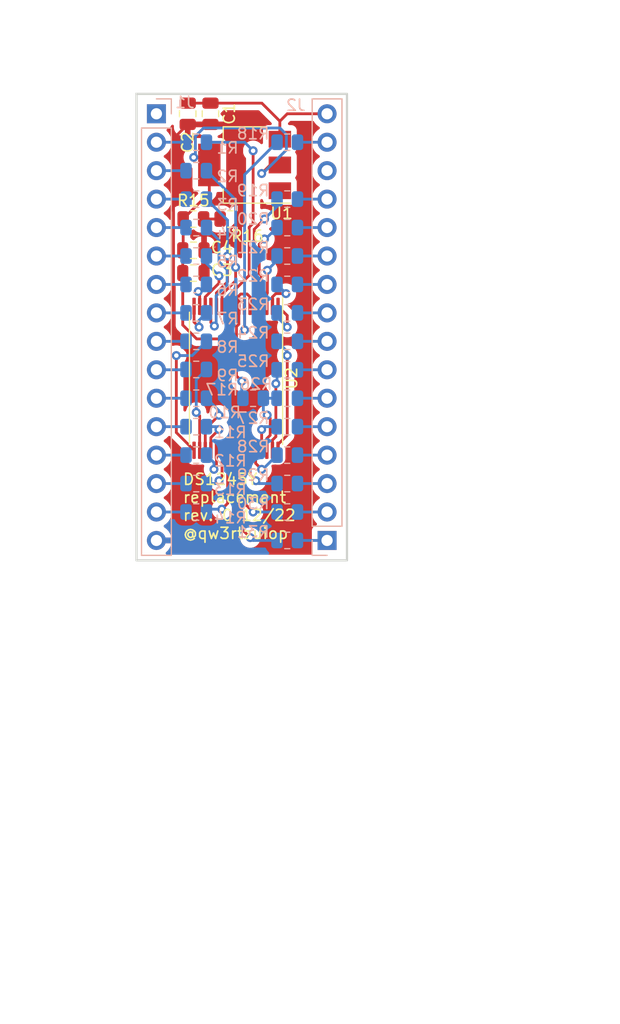
<source format=kicad_pcb>
(kicad_pcb (version 20211014) (generator pcbnew)
  (title_block (comment 4 "AISLER Project ID: VIGSSEOR"))
  (layers (0 "F.Cu" signal) (31 "B.Cu" signal) (34 "B.Paste" user) (35 "F.Paste" user) (36 "B.SilkS" user "B.Silkscreen") (37 "F.SilkS" user "F.Silkscreen") (38 "B.Mask" user) (39 "F.Mask" user) (44 "Edge.Cuts" user))
  (net 0 "")
  (net 1 "+5V")
  (net 2 "GND")
  (net 3 "VDD")
  (net 5 "Net-(J1-Pad2)")
  (net 6 "Net-(J1-Pad3)")
  (net 7 "Net-(J1-Pad4)")
  (net 8 "Net-(J1-Pad5)")
  (net 9 "Net-(J1-Pad6)")
  (net 10 "Net-(J1-Pad7)")
  (net 11 "Net-(J1-Pad8)")
  (net 12 "Net-(J1-Pad9)")
  (net 13 "Net-(J1-Pad10)")
  (net 14 "Net-(J1-Pad11)")
  (net 15 "Net-(J1-Pad12)")
  (net 16 "Net-(J1-Pad13)")
  (net 17 "Net-(J1-Pad14)")
  (net 18 "Net-(J1-Pad15)")
  (net 19 "Net-(J2-Pad1)")
  (net 20 "Net-(J2-Pad2)")
  (net 21 "Net-(J2-Pad3)")
  (net 22 "Net-(J2-Pad4)")
  (net 23 "Net-(J2-Pad5)")
  (net 24 "Net-(J2-Pad6)")
  (net 25 "Net-(J2-Pad7)")
  (net 26 "Net-(J2-Pad8)")
  (net 27 "Net-(J2-Pad9)")
  (net 28 "Net-(J2-Pad10)")
  (net 29 "Net-(J2-Pad11)")
  (net 30 "Net-(J2-Pad12)")
  (net 31 "Net-(J2-Pad13)")
  (net 33 "Net-(J2-Pad15)")
  (net 34 "A16")
  (net 35 "A14")
  (net 36 "A12")
  (net 37 "A7")
  (net 38 "A6")
  (net 39 "A5")
  (net 40 "A4")
  (net 41 "A3")
  (net 42 "A2")
  (net 43 "A1")
  (net 44 "A0")
  (net 45 "DQ0")
  (net 46 "DQ1")
  (net 47 "DQ2")
  (net 48 "Net-(R15-Pad2)")
  (net 49 "~CE")
  (net 50 "A15")
  (net 51 "~WE")
  (net 52 "A13")
  (net 53 "A8")
  (net 54 "A9")
  (net 55 "A11")
  (net 56 "~OE")
  (net 57 "A10")
  (net 58 "DQ7")
  (net 59 "DQ6")
  (net 60 "DQ5")
  (net 61 "DQ4")
  (net 62 "DQ3")
  (footprint "Capacitor_SMD:C_0805_2012Metric" (layer "F.Cu") (at 54.102 51.308 -90)
    (fp_text reference "C2" (at 2.54 0 90) (layer "F.SilkS"))
    (fp_text value "100n")
    (pad "1" smd roundrect (at -0.95 0 270) (size 1 1.45) (layers "F.Cu" "F.Paste" "F.Mask") (net 1 "+5V"))
    (pad "2" smd roundrect (at 0.95 0 270) (size 1 1.45) (layers "F.Cu" "F.Paste" "F.Mask") (net 2 "GND"))
  )
  (footprint "Resistor_SMD:R_0805_2012Metric" (layer "F.Cu") (at 57.912 60.706)
    (fp_text reference "R16" (at 1.524 1.524) (layer "F.SilkS"))
    (fp_text value "470")
    (pad "1" smd roundrect (at -0.9125 0) (size 1.025 1.4) (layers "F.Cu" "F.Paste" "F.Mask") (roundrect_rratio 0.243902439) (net 48 "Net-(R15-Pad2)"))
    (pad "2" smd roundrect (at 0.9125 0) (size 1.025 1.4) (layers "F.Cu" "F.Paste" "F.Mask") (roundrect_rratio 0.243902439) (net 2 "GND"))
  )
  (footprint "Capacitor_SMD:C_0805_2012Metric" (layer "F.Cu") (at 54.61 63.5)
    (fp_text reference "C4" (at 2.54 -0.254) (layer "F.SilkS"))
    (fp_text value "100n")
    (pad "1" smd roundrect (at -0.95 0) (size 1 1.45) (layers "F.Cu" "F.Paste" "F.Mask") (net 3 "VDD"))
    (pad "2" smd roundrect (at 0.95 0) (size 1 1.45) (layers "F.Cu" "F.Paste" "F.Mask") (net 2 "GND"))
  )
  (footprint "Package_SO:TSOP-I-32_11.8x8mm_P0.5mm" (layer "F.Cu") (at 58.42 74.93 -90)
    (fp_text reference "U2" (at 0 -4.95 90) (layer "F.SilkS"))
    (fp_text value "FM28V100")
    (pad "1" smd roundrect (at -6.425 -3.75 270) (size 1.55 0.3) (layers "F.Cu" "F.Paste" "F.Mask") (net 55 "A11"))
    (pad "2" smd roundrect (at -6.425 -3.25 270) (size 1.55 0.3) (layers "F.Cu" "F.Paste" "F.Mask") (net 54 "A9"))
    (pad "3" smd roundrect (at -6.425 -2.75 270) (size 1.55 0.3) (layers "F.Cu" "F.Paste" "F.Mask") (net 53 "A8"))
    (pad "4" smd roundrect (at -6.425 -2.25 270) (size 1.55 0.3) (layers "F.Cu" "F.Paste" "F.Mask") (net 52 "A13"))
    (pad "5" smd roundrect (at -6.425 -1.75 270) (size 1.55 0.3) (layers "F.Cu" "F.Paste" "F.Mask") (net 51 "~WE"))
    (pad "6" smd roundrect (at -6.425 -1.25 270) (size 1.55 0.3) (layers "F.Cu" "F.Paste" "F.Mask") (net 3 "VDD"))
    (pad "7" smd roundrect (at -6.425 -0.75 270) (size 1.55 0.3) (layers "F.Cu" "F.Paste" "F.Mask") (net 50 "A15"))
    (pad "8" smd roundrect (at -6.425 -0.25 270) (size 1.55 0.3) (layers "F.Cu" "F.Paste" "F.Mask") (net 3 "VDD"))
    (pad "9" smd roundrect (at -6.425 0.25 270) (size 1.55 0.3) (layers "F.Cu" "F.Paste" "F.Mask"))
    (pad "10" smd roundrect (at -6.425 0.75 270) (size 1.55 0.3) (layers "F.Cu" "F.Paste" "F.Mask") (net 34 "A16"))
    (pad "11" smd roundrect (at -6.425 1.25 270) (size 1.55 0.3) (layers "F.Cu" "F.Paste" "F.Mask") (net 35 "A14"))
    (pad "12" smd roundrect (at -6.425 1.75 270) (size 1.55 0.3) (layers "F.Cu" "F.Paste" "F.Mask") (net 36 "A12"))
    (pad "13" smd roundrect (at -6.425 2.25 270) (size 1.55 0.3) (layers "F.Cu" "F.Paste" "F.Mask") (net 37 "A7"))
    (pad "14" smd roundrect (at -6.425 2.75 270) (size 1.55 0.3) (layers "F.Cu" "F.Paste" "F.Mask") (net 38 "A6"))
    (pad "15" smd roundrect (at -6.425 3.25 270) (size 1.55 0.3) (layers "F.Cu" "F.Paste" "F.Mask") (net 39 "A5"))
    (pad "16" smd roundrect (at -6.425 3.75 270) (size 1.55 0.3) (layers "F.Cu" "F.Paste" "F.Mask") (net 40 "A4"))
    (pad "17" smd roundrect (at 6.425 3.75 270) (size 1.55 0.3) (layers "F.Cu" "F.Paste" "F.Mask") (net 41 "A3"))
    (pad "18" smd roundrect (at 6.425 3.25 270) (size 1.55 0.3) (layers "F.Cu" "F.Paste" "F.Mask") (net 42 "A2"))
    (pad "19" smd roundrect (at 6.425 2.75 270) (size 1.55 0.3) (layers "F.Cu" "F.Paste" "F.Mask") (net 43 "A1"))
    (pad "20" smd roundrect (at 6.425 2.25 270) (size 1.55 0.3) (layers "F.Cu" "F.Paste" "F.Mask") (net 44 "A0"))
    (pad "21" smd roundrect (at 6.425 1.75 270) (size 1.55 0.3) (layers "F.Cu" "F.Paste" "F.Mask") (net 45 "DQ0"))
    (pad "22" smd roundrect (at 6.425 1.25 270) (size 1.55 0.3) (layers "F.Cu" "F.Paste" "F.Mask") (net 46 "DQ1"))
    (pad "23" smd roundrect (at 6.425 0.75 270) (size 1.55 0.3) (layers "F.Cu" "F.Paste" "F.Mask") (net 47 "DQ2"))
    (pad "24" smd roundrect (at 6.425 0.25 270) (size 1.55 0.3) (layers "F.Cu" "F.Paste" "F.Mask") (net 2 "GND"))
    (pad "25" smd roundrect (at 6.425 -0.25 270) (size 1.55 0.3) (layers "F.Cu" "F.Paste" "F.Mask") (net 62 "DQ3"))
    (pad "26" smd roundrect (at 6.425 -0.75 270) (size 1.55 0.3) (layers "F.Cu" "F.Paste" "F.Mask") (net 61 "DQ4"))
    (pad "27" smd roundrect (at 6.425 -1.25 270) (size 1.55 0.3) (layers "F.Cu" "F.Paste" "F.Mask") (net 60 "DQ5"))
    (pad "28" smd roundrect (at 6.425 -1.75 270) (size 1.55 0.3) (layers "F.Cu" "F.Paste" "F.Mask") (net 59 "DQ6"))
    (pad "29" smd roundrect (at 6.425 -2.25 270) (size 1.55 0.3) (layers "F.Cu" "F.Paste" "F.Mask") (net 58 "DQ7"))
    (pad "30" smd roundrect (at 6.425 -2.75 270) (size 1.55 0.3) (layers "F.Cu" "F.Paste" "F.Mask") (net 49 "~CE"))
    (pad "31" smd roundrect (at 6.425 -3.25 270) (size 1.55 0.3) (layers "F.Cu" "F.Paste" "F.Mask") (net 57 "A10"))
    (pad "32" smd roundrect (at 6.425 -3.75 270) (size 1.55 0.3) (layers "F.Cu" "F.Paste" "F.Mask") (net 56 "~OE"))
  )
  (footprint "Capacitor_SMD:C_0805_2012Metric" (layer "F.Cu") (at 56.134 51.308 -90)
    (fp_text reference "C1" (at 0 -1.68 90) (layer "F.SilkS"))
    (fp_text value "10u")
    (pad "1" smd roundrect (at -0.95 0 270) (size 1 1.45) (layers "F.Cu" "F.Paste" "F.Mask") (net 1 "+5V"))
    (pad "2" smd roundrect (at 0.95 0 270) (size 1 1.45) (layers "F.Cu" "F.Paste" "F.Mask") (net 2 "GND"))
  )
  (footprint "Capacitor_SMD:C_0805_2012Metric" (layer "F.Cu") (at 54.61 65.532)
    (fp_text reference "C3" (at 2.54 -0.254) (layer "F.SilkS"))
    (fp_text value "22u")
    (pad "1" smd roundrect (at -0.95 0) (size 1 1.45) (layers "F.Cu" "F.Paste" "F.Mask") (net 3 "VDD"))
    (pad "2" smd roundrect (at 0.95 0) (size 1 1.45) (layers "F.Cu" "F.Paste" "F.Mask") (net 2 "GND"))
  )
  (footprint "Package_TO_SOT_SMD:SOT-223-3_TabPin2" (layer "F.Cu") (at 59.182 55.88 180)
    (fp_text reference "U1" (at -3.302 -4.318) (layer "F.SilkS"))
    (fp_text value "AMS1117")
    (pad "1" smd rect (at -3.15 -2.3 180) (size 2 1.5) (layers "F.Cu" "F.Paste" "F.Mask"))
    (pad "2" smd rect (at 3.15 0 180) (size 2 3.8) (layers "F.Cu" "F.Paste" "F.Mask") (net 3 "VDD"))
    (pad "2" smd rect (at -3.15 0 180) (size 2 1.5) (layers "F.Cu" "F.Paste" "F.Mask") (net 3 "VDD"))
    (pad "3" smd rect (at -3.15 2.3 180) (size 2 1.5) (layers "F.Cu" "F.Paste" "F.Mask") (net 1 "+5V"))
  )
  (footprint "Resistor_SMD:R_0805_2012Metric" (layer "F.Cu") (at 54.61 60.706)
    (fp_text reference "R15" (at 0 -1.65) (layer "F.SilkS"))
    (fp_text value "220")
    (pad "1" smd roundrect (at -0.9125 0) (size 1.025 1.4) (layers "F.Cu" "F.Paste" "F.Mask") (roundrect_rratio 0.243902439) (net 3 "VDD"))
    (pad "2" smd roundrect (at 0.9125 0) (size 1.025 1.4) (layers "F.Cu" "F.Paste" "F.Mask") (roundrect_rratio 0.243902439) (net 48 "Net-(R15-Pad2)"))
  )
  (footprint "Resistor_SMD:R_0805_2012Metric" (layer "B.Cu") (at 54.864 81.788)
    (fp_text reference "R12" (at 3.048 0.508) (layer "B.SilkS") (effects (justify mirror)))
    (fp_text value "100")
    (pad "1" smd roundrect (at -0.9125 0) (size 1.025 1.4) (layers "B.Cu" "B.Paste" "B.Mask") (roundrect_rratio 0.243902439) (net 16 "Net-(J1-Pad13)"))
    (pad "2" smd roundrect (at 0.9125 0) (size 1.025 1.4) (layers "B.Cu" "B.Paste" "B.Mask") (roundrect_rratio 0.243902439) (net 45 "DQ0"))
  )
  (footprint "Connector_PinHeader_2.54mm:PinHeader_1x16_P2.54mm_Vertical" (layer "B.Cu") (at 51.308 51.308 180)
    (fp_text reference "J1" (at -2.54 1.016) (layer "B.SilkS") (effects (justify mirror)))
    (fp_text value "Conn_01x16")
    (pad "1" thru_hole rect (at 0 0 180) (size 1.7 1.7) (drill 1) (layers *.Cu *.Mask))
    (pad "2" thru_hole oval (at 0 -2.54 180) (size 1.7 1.7) (drill 1) (layers *.Cu *.Mask) (net 5 "Net-(J1-Pad2)"))
    (pad "3" thru_hole oval (at 0 -5.08 180) (size 1.7 1.7) (drill 1) (layers *.Cu *.Mask) (net 6 "Net-(J1-Pad3)"))
    (pad "4" thru_hole oval (at 0 -7.62 180) (size 1.7 1.7) (drill 1) (layers *.Cu *.Mask) (net 7 "Net-(J1-Pad4)"))
    (pad "5" thru_hole oval (at 0 -10.16 180) (size 1.7 1.7) (drill 1) (layers *.Cu *.Mask) (net 8 "Net-(J1-Pad5)"))
    (pad "6" thru_hole oval (at 0 -12.7 180) (size 1.7 1.7) (drill 1) (layers *.Cu *.Mask) (net 9 "Net-(J1-Pad6)"))
    (pad "7" thru_hole oval (at 0 -15.24 180) (size 1.7 1.7) (drill 1) (layers *.Cu *.Mask) (net 10 "Net-(J1-Pad7)"))
    (pad "8" thru_hole oval (at 0 -17.78 180) (size 1.7 1.7) (drill 1) (layers *.Cu *.Mask) (net 11 "Net-(J1-Pad8)"))
    (pad "9" thru_hole oval (at 0 -20.32 180) (size 1.7 1.7) (drill 1) (layers *.Cu *.Mask) (net 12 "Net-(J1-Pad9)"))
    (pad "10" thru_hole oval (at 0 -22.86 180) (size 1.7 1.7) (drill 1) (layers *.Cu *.Mask) (net 13 "Net-(J1-Pad10)"))
    (pad "11" thru_hole oval (at 0 -25.4 180) (size 1.7 1.7) (drill 1) (layers *.Cu *.Mask) (net 14 "Net-(J1-Pad11)"))
    (pad "12" thru_hole oval (at 0 -27.94 180) (size 1.7 1.7) (drill 1) (layers *.Cu *.Mask) (net 15 "Net-(J1-Pad12)"))
    (pad "13" thru_hole oval (at 0 -30.48 180) (size 1.7 1.7) (drill 1) (layers *.Cu *.Mask) (net 16 "Net-(J1-Pad13)"))
    (pad "14" thru_hole oval (at 0 -33.02 180) (size 1.7 1.7) (drill 1) (layers *.Cu *.Mask) (net 17 "Net-(J1-Pad14)"))
    (pad "15" thru_hole oval (at 0 -35.56 180) (size 1.7 1.7) (drill 1) (layers *.Cu *.Mask) (net 18 "Net-(J1-Pad15)"))
    (pad "16" thru_hole oval (at 0 -38.1 180) (size 1.7 1.7) (drill 1) (layers *.Cu *.Mask) (net 2 "GND"))
  )
  (footprint "Resistor_SMD:R_0805_2012Metric" (layer "B.Cu") (at 54.864 86.868)
    (fp_text reference "R14" (at 3.048 0.508) (layer "B.SilkS") (effects (justify mirror)))
    (fp_text value "100")
    (pad "1" smd roundrect (at -0.9125 0) (size 1.025 1.4) (layers "B.Cu" "B.Paste" "B.Mask") (roundrect_rratio 0.243902439) (net 18 "Net-(J1-Pad15)"))
    (pad "2" smd roundrect (at 0.9125 0) (size 1.025 1.4) (layers "B.Cu" "B.Paste" "B.Mask") (roundrect_rratio 0.243902439) (net 47 "DQ2"))
  )
  (footprint "Resistor_SMD:R_0805_2012Metric" (layer "B.Cu") (at 54.864 61.468)
    (fp_text reference "R4" (at 2.794 0.508) (layer "B.SilkS") (effects (justify mirror)))
    (fp_text value "100")
    (pad "1" smd roundrect (at -0.9125 0) (size 1.025 1.4) (layers "B.Cu" "B.Paste" "B.Mask") (roundrect_rratio 0.243902439) (net 8 "Net-(J1-Pad5)"))
    (pad "2" smd roundrect (at 0.9125 0) (size 1.025 1.4) (layers "B.Cu" "B.Paste" "B.Mask") (roundrect_rratio 0.243902439) (net 37 "A7"))
  )
  (footprint "Resistor_SMD:R_0805_2012Metric" (layer "B.Cu") (at 54.864 79.248)
    (fp_text reference "R11" (at 3.048 0.508) (layer "B.SilkS") (effects (justify mirror)))
    (fp_text value "100")
    (pad "1" smd roundrect (at -0.9125 0) (size 1.025 1.4) (layers "B.Cu" "B.Paste" "B.Mask") (roundrect_rratio 0.243902439) (net 15 "Net-(J1-Pad12)"))
    (pad "2" smd roundrect (at 0.9125 0) (size 1.025 1.4) (layers "B.Cu" "B.Paste" "B.Mask") (roundrect_rratio 0.243902439) (net 44 "A0"))
  )
  (footprint "Resistor_SMD:R_0805_2012Metric" (layer "B.Cu") (at 62.992 53.848)
    (fp_text reference "R18" (at -3.048 -0.762) (layer "B.SilkS") (effects (justify mirror)))
    (fp_text value "100")
    (pad "1" smd roundrect (at -0.9125 0) (size 1.025 1.4) (layers "B.Cu" "B.Paste" "B.Mask") (roundrect_rratio 0.243902439) (net 50 "A15"))
    (pad "2" smd roundrect (at 0.9125 0) (size 1.025 1.4) (layers "B.Cu" "B.Paste" "B.Mask") (roundrect_rratio 0.243902439) (net 33 "Net-(J2-Pad15)"))
  )
  (footprint "Resistor_SMD:R_0805_2012Metric" (layer "B.Cu") (at 62.992 89.408)
    (fp_text reference "R31" (at -3.048 -0.762) (layer "B.SilkS") (effects (justify mirror)))
    (fp_text value "100")
    (pad "1" smd roundrect (at -0.9125 0) (size 1.025 1.4) (layers "B.Cu" "B.Paste" "B.Mask") (roundrect_rratio 0.243902439) (net 62 "DQ3"))
    (pad "2" smd roundrect (at 0.9125 0) (size 1.025 1.4) (layers "B.Cu" "B.Paste" "B.Mask") (roundrect_rratio 0.243902439) (net 19 "Net-(J2-Pad1)"))
  )
  (footprint "Resistor_SMD:R_0805_2012Metric" (layer "B.Cu") (at 62.992 81.788)
    (fp_text reference "R28" (at -3.048 -0.762) (layer "B.SilkS") (effects (justify mirror)))
    (fp_text value "100")
    (pad "1" smd roundrect (at -0.9125 0) (size 1.025 1.4) (layers "B.Cu" "B.Paste" "B.Mask") (roundrect_rratio 0.243902439) (net 59 "DQ6"))
    (pad "2" smd roundrect (at 0.9125 0) (size 1.025 1.4) (layers "B.Cu" "B.Paste" "B.Mask") (roundrect_rratio 0.243902439) (net 22 "Net-(J2-Pad4)"))
  )
  (footprint "Resistor_SMD:R_0805_2012Metric" (layer "B.Cu") (at 62.992 64.008)
    (fp_text reference "R21" (at -3.048 -0.762) (layer "B.SilkS") (effects (justify mirror)))
    (fp_text value "100")
    (pad "1" smd roundrect (at -0.9125 0) (size 1.025 1.4) (layers "B.Cu" "B.Paste" "B.Mask") (roundrect_rratio 0.243902439) (net 53 "A8"))
    (pad "2" smd roundrect (at 0.9125 0) (size 1.025 1.4) (layers "B.Cu" "B.Paste" "B.Mask") (roundrect_rratio 0.243902439) (net 29 "Net-(J2-Pad11)"))
  )
  (footprint "Resistor_SMD:R_0805_2012Metric" (layer "B.Cu") (at 62.992 79.248)
    (fp_text reference "R27" (at -3.048 -0.762) (layer "B.SilkS") (effects (justify mirror)))
    (fp_text value "100")
    (pad "1" smd roundrect (at -0.9125 0) (size 1.025 1.4) (layers "B.Cu" "B.Paste" "B.Mask") (roundrect_rratio 0.243902439) (net 58 "DQ7"))
    (pad "2" smd roundrect (at 0.9125 0) (size 1.025 1.4) (layers "B.Cu" "B.Paste" "B.Mask") (roundrect_rratio 0.243902439) (net 23 "Net-(J2-Pad5)"))
  )
  (footprint "Resistor_SMD:R_0805_2012Metric" (layer "B.Cu") (at 62.992 69.088)
    (fp_text reference "R23" (at -3.048 -0.762) (layer "B.SilkS") (effects (justify mirror)))
    (fp_text value "100")
    (pad "1" smd roundrect (at -0.9125 0) (size 1.025 1.4) (layers "B.Cu" "B.Paste" "B.Mask") (roundrect_rratio 0.243902439) (net 55 "A11"))
    (pad "2" smd roundrect (at 0.9125 0) (size 1.025 1.4) (layers "B.Cu" "B.Paste" "B.Mask") (roundrect_rratio 0.243902439) (net 27 "Net-(J2-Pad9)"))
  )
  (footprint "Resistor_SMD:R_0805_2012Metric" (layer "B.Cu") (at 59.944 76.708)
    (fp_text reference "R17" (at -2.794 -0.762) (layer "B.SilkS") (effects (justify mirror)))
    (fp_text value "10k")
    (pad "1" smd roundrect (at -0.9125 0) (size 1.025 1.4) (layers "B.Cu" "B.Paste" "B.Mask") (roundrect_rratio 0.243902439) (net 3 "VDD"))
    (pad "2" smd roundrect (at 0.9125 0) (size 1.025 1.4) (layers "B.Cu" "B.Paste" "B.Mask") (roundrect_rratio 0.243902439) (net 49 "~CE"))
  )
  (footprint "Resistor_SMD:R_0805_2012Metric" (layer "B.Cu") (at 62.992 58.928)
    (fp_text reference "R19" (at -3.048 -0.762) (layer "B.SilkS") (effects (justify mirror)))
    (fp_text value "100")
    (pad "1" smd roundrect (at -0.9125 0) (size 1.025 1.4) (layers "B.Cu" "B.Paste" "B.Mask") (roundrect_rratio 0.243902439) (net 51 "~WE"))
    (pad "2" smd roundrect (at 0.9125 0) (size 1.025 1.4) (layers "B.Cu" "B.Paste" "B.Mask") (roundrect_rratio 0.243902439) (net 31 "Net-(J2-Pad13)"))
  )
  (footprint "Resistor_SMD:R_0805_2012Metric" (layer "B.Cu") (at 62.992 76.708)
    (fp_text reference "R26" (at -2.794 -1.27) (layer "B.SilkS") (effects (justify mirror)))
    (fp_text value "100")
    (pad "1" smd roundrect (at -0.9125 0) (size 1.025 1.4) (layers "B.Cu" "B.Paste" "B.Mask") (roundrect_rratio 0.243902439) (net 49 "~CE"))
    (pad "2" smd roundrect (at 0.9125 0) (size 1.025 1.4) (layers "B.Cu" "B.Paste" "B.Mask") (roundrect_rratio 0.243902439) (net 24 "Net-(J2-Pad6)"))
  )
  (footprint "Resistor_SMD:R_0805_2012Metric" (layer "B.Cu") (at 62.992 84.328)
    (fp_text reference "R29" (at -3.048 -0.762) (layer "B.SilkS") (effects (justify mirror)))
    (fp_text value "100")
    (pad "1" smd roundrect (at -0.9125 0) (size 1.025 1.4) (layers "B.Cu" "B.Paste" "B.Mask") (roundrect_rratio 0.243902439) (net 60 "DQ5"))
    (pad "2" smd roundrect (at 0.9125 0) (size 1.025 1.4) (layers "B.Cu" "B.Paste" "B.Mask") (roundrect_rratio 0.243902439) (net 21 "Net-(J2-Pad3)"))
  )
  (footprint "Resistor_SMD:R_0805_2012Metric" (layer "B.Cu") (at 54.864 71.628)
    (fp_text reference "R8" (at 2.794 0.508) (layer "B.SilkS") (effects (justify mirror)))
    (fp_text value "100")
    (pad "1" smd roundrect (at -0.9125 0) (size 1.025 1.4) (layers "B.Cu" "B.Paste" "B.Mask") (roundrect_rratio 0.243902439) (net 12 "Net-(J1-Pad9)"))
    (pad "2" smd roundrect (at 0.9125 0) (size 1.025 1.4) (layers "B.Cu" "B.Paste" "B.Mask") (roundrect_rratio 0.243902439) (net 41 "A3"))
  )
  (footprint "Resistor_SMD:R_0805_2012Metric" (layer "B.Cu") (at 62.992 74.168)
    (fp_text reference "R25" (at -3.048 -0.762) (layer "B.SilkS") (effects (justify mirror)))
    (fp_text value "100")
    (pad "1" smd roundrect (at -0.9125 0) (size 1.025 1.4) (layers "B.Cu" "B.Paste" "B.Mask") (roundrect_rratio 0.243902439) (net 57 "A10"))
    (pad "2" smd roundrect (at 0.9125 0) (size 1.025 1.4) (layers "B.Cu" "B.Paste" "B.Mask") (roundrect_rratio 0.243902439) (net 25 "Net-(J2-Pad7)"))
  )
  (footprint "Resistor_SMD:R_0805_2012Metric" (layer "B.Cu") (at 54.864 76.708)
    (fp_text reference "R10" (at 2.54 1.27) (layer "B.SilkS") (effects (justify mirror)))
    (fp_text value "100")
    (pad "1" smd roundrect (at -0.9125 0) (size 1.025 1.4) (layers "B.Cu" "B.Paste" "B.Mask") (roundrect_rratio 0.243902439) (net 14 "Net-(J1-Pad11)"))
    (pad "2" smd roundrect (at 0.9125 0) (size 1.025 1.4) (layers "B.Cu" "B.Paste" "B.Mask") (roundrect_rratio 0.243902439) (net 43 "A1"))
  )
  (footprint "Resistor_SMD:R_0805_2012Metric" (layer "B.Cu") (at 54.864 64.008)
    (fp_text reference "R5" (at 2.794 0.508) (layer "B.SilkS") (effects (justify mirror)))
    (fp_text value "100")
    (pad "1" smd roundrect (at -0.9125 0) (size 1.025 1.4) (layers "B.Cu" "B.Paste" "B.Mask") (roundrect_rratio 0.243902439) (net 9 "Net-(J1-Pad6)"))
    (pad "2" smd roundrect (at 0.9125 0) (size 1.025 1.4) (layers "B.Cu" "B.Paste" "B.Mask") (roundrect_rratio 0.243902439) (net 38 "A6"))
  )
  (footprint "Resistor_SMD:R_0805_2012Metric" (layer "B.Cu") (at 54.864 53.848)
    (fp_text reference "R1" (at 2.794 0.508) (layer "B.SilkS") (effects (justify mirror)))
    (fp_text value "100")
    (pad "1" smd roundrect (at -0.9125 0) (size 1.025 1.4) (layers "B.Cu" "B.Paste" "B.Mask") (roundrect_rratio 0.243902439) (net 5 "Net-(J1-Pad2)"))
    (pad "2" smd roundrect (at 0.9125 0) (size 1.025 1.4) (layers "B.Cu" "B.Paste" "B.Mask") (roundrect_rratio 0.243902439) (net 34 "A16"))
  )
  (footprint "Resistor_SMD:R_0805_2012Metric" (layer "B.Cu") (at 54.864 58.928)
    (fp_text reference "R3" (at 2.794 0.508) (layer "B.SilkS") (effects (justify mirror)))
    (fp_text value "100")
    (pad "1" smd roundrect (at -0.9125 0) (size 1.025 1.4) (layers "B.Cu" "B.Paste" "B.Mask") (roundrect_rratio 0.243902439) (net 7 "Net-(J1-Pad4)"))
    (pad "2" smd roundrect (at 0.9125 0) (size 1.025 1.4) (layers "B.Cu" "B.Paste" "B.Mask") (roundrect_rratio 0.243902439) (net 36 "A12"))
  )
  (footprint "Resistor_SMD:R_0805_2012Metric" (layer "B.Cu") (at 62.992 61.468)
    (fp_text reference "R20" (at -3.048 -0.762) (layer "B.SilkS") (effects (justify mirror)))
    (fp_text value "100")
    (pad "1" smd roundrect (at -0.9125 0) (size 1.025 1.4) (layers "B.Cu" "B.Paste" "B.Mask") (roundrect_rratio 0.243902439) (net 52 "A13"))
    (pad "2" smd roundrect (at 0.9125 0) (size 1.025 1.4) (layers "B.Cu" "B.Paste" "B.Mask") (roundrect_rratio 0.243902439) (net 30 "Net-(J2-Pad12)"))
  )
  (footprint "Resistor_SMD:R_0805_2012Metric" (layer "B.Cu") (at 54.864 84.328)
    (fp_text reference "R13" (at 3.048 0.508) (layer "B.SilkS") (effects (justify mirror)))
    (fp_text value "100")
    (pad "1" smd roundrect (at -0.9125 0) (size 1.025 1.4) (layers "B.Cu" "B.Paste" "B.Mask") (roundrect_rratio 0.243902439) (net 17 "Net-(J1-Pad14)"))
    (pad "2" smd roundrect (at 0.9125 0) (size 1.025 1.4) (layers "B.Cu" "B.Paste" "B.Mask") (roundrect_rratio 0.243902439) (net 46 "DQ1"))
  )
  (footprint "Resistor_SMD:R_0805_2012Metric" (layer "B.Cu") (at 54.864 74.138)
    (fp_text reference "R9" (at 2.794 0.538) (layer "B.SilkS") (effects (justify mirror)))
    (fp_text value "100")
    (pad "1" smd roundrect (at -0.9125 0) (size 1.025 1.4) (layers "B.Cu" "B.Paste" "B.Mask") (roundrect_rratio 0.243902439) (net 13 "Net-(J1-Pad10)"))
    (pad "2" smd roundrect (at 0.9125 0) (size 1.025 1.4) (layers "B.Cu" "B.Paste" "B.Mask") (roundrect_rratio 0.243902439) (net 42 "A2"))
  )
  (footprint "Resistor_SMD:R_0805_2012Metric" (layer "B.Cu") (at 54.864 56.388)
    (fp_text reference "R2" (at 2.794 0.508) (layer "B.SilkS") (effects (justify mirror)))
    (fp_text value "100")
    (pad "1" smd roundrect (at -0.9125 0) (size 1.025 1.4) (layers "B.Cu" "B.Paste" "B.Mask") (roundrect_rratio 0.243902439) (net 6 "Net-(J1-Pad3)"))
    (pad "2" smd roundrect (at 0.9125 0) (size 1.025 1.4) (layers "B.Cu" "B.Paste" "B.Mask") (roundrect_rratio 0.243902439) (net 35 "A14"))
  )
  (footprint "Resistor_SMD:R_0805_2012Metric" (layer "B.Cu") (at 54.864 69.088)
    (fp_text reference "R7" (at 2.794 0.508) (layer "B.SilkS") (effects (justify mirror)))
    (fp_text value "100")
    (pad "1" smd roundrect (at -0.9125 0) (size 1.025 1.4) (layers "B.Cu" "B.Paste" "B.Mask") (roundrect_rratio 0.243902439) (net 11 "Net-(J1-Pad8)"))
    (pad "2" smd roundrect (at 0.9125 0) (size 1.025 1.4) (layers "B.Cu" "B.Paste" "B.Mask") (roundrect_rratio 0.243902439) (net 40 "A4"))
  )
  (footprint "Connector_PinHeader_2.54mm:PinHeader_1x16_P2.54mm_Vertical" (layer "B.Cu") (at 66.548 89.408)
    (fp_text reference "J2" (at -2.794 -38.862) (layer "B.SilkS") (effects (justify mirror)))
    (fp_text value "Conn_01x16")
    (pad "1" thru_hole rect (at 0 0) (size 1.7 1.7) (drill 1) (layers *.Cu *.Mask) (net 19 "Net-(J2-Pad1)"))
    (pad "2" thru_hole oval (at 0 -2.54) (size 1.7 1.7) (drill 1) (layers *.Cu *.Mask) (net 20 "Net-(J2-Pad2)"))
    (pad "3" thru_hole oval (at 0 -5.08) (size 1.7 1.7) (drill 1) (layers *.Cu *.Mask) (net 21 "Net-(J2-Pad3)"))
    (pad "4" thru_hole oval (at 0 -7.62) (size 1.7 1.7) (drill 1) (layers *.Cu *.Mask) (net 22 "Net-(J2-Pad4)"))
    (pad "5" thru_hole oval (at 0 -10.16) (size 1.7 1.7) (drill 1) (layers *.Cu *.Mask) (net 23 "Net-(J2-Pad5)"))
    (pad "6" thru_hole oval (at 0 -12.7) (size 1.7 1.7) (drill 1) (layers *.Cu *.Mask) (net 24 "Net-(J2-Pad6)"))
    (pad "7" thru_hole oval (at 0 -15.24) (size 1.7 1.7) (drill 1) (layers *.Cu *.Mask) (net 25 "Net-(J2-Pad7)"))
    (pad "8" thru_hole oval (at 0 -17.78) (size 1.7 1.7) (drill 1) (layers *.Cu *.Mask) (net 26 "Net-(J2-Pad8)"))
    (pad "9" thru_hole oval (at 0 -20.32) (size 1.7 1.7) (drill 1) (layers *.Cu *.Mask) (net 27 "Net-(J2-Pad9)"))
    (pad "10" thru_hole oval (at 0 -22.86) (size 1.7 1.7) (drill 1) (layers *.Cu *.Mask) (net 28 "Net-(J2-Pad10)"))
    (pad "11" thru_hole oval (at 0 -25.4) (size 1.7 1.7) (drill 1) (layers *.Cu *.Mask) (net 29 "Net-(J2-Pad11)"))
    (pad "12" thru_hole oval (at 0 -27.94) (size 1.7 1.7) (drill 1) (layers *.Cu *.Mask) (net 30 "Net-(J2-Pad12)"))
    (pad "13" thru_hole oval (at 0 -30.48) (size 1.7 1.7) (drill 1) (layers *.Cu *.Mask) (net 31 "Net-(J2-Pad13)"))
    (pad "14" thru_hole oval (at 0 -33.02) (size 1.7 1.7) (drill 1) (layers *.Cu *.Mask))
    (pad "15" thru_hole oval (at 0 -35.56) (size 1.7 1.7) (drill 1) (layers *.Cu *.Mask) (net 33 "Net-(J2-Pad15)"))
    (pad "16" thru_hole oval (at 0 -38.1) (size 1.7 1.7) (drill 1) (layers *.Cu *.Mask) (net 1 "+5V"))
  )
  (footprint "Resistor_SMD:R_0805_2012Metric" (layer "B.Cu") (at 62.992 71.628)
    (fp_text reference "R24" (at -3.048 -0.762) (layer "B.SilkS") (effects (justify mirror)))
    (fp_text value "100")
    (pad "1" smd roundrect (at -0.9125 0) (size 1.025 1.4) (layers "B.Cu" "B.Paste" "B.Mask") (roundrect_rratio 0.243902439) (net 56 "~OE"))
    (pad "2" smd roundrect (at 0.9125 0) (size 1.025 1.4) (layers "B.Cu" "B.Paste" "B.Mask") (roundrect_rratio 0.243902439) (net 26 "Net-(J2-Pad8)"))
  )
  (footprint "Resistor_SMD:R_0805_2012Metric" (layer "B.Cu") (at 62.992 86.868)
    (fp_text reference "R30" (at -3.048 -0.762) (layer "B.SilkS") (effects (justify mirror)))
    (fp_text value "100")
    (pad "1" smd roundrect (at -0.9125 0) (size 1.025 1.4) (layers "B.Cu" "B.Paste" "B.Mask") (roundrect_rratio 0.243902439) (net 61 "DQ4"))
    (pad "2" smd roundrect (at 0.9125 0) (size 1.025 1.4) (layers "B.Cu" "B.Paste" "B.Mask") (roundrect_rratio 0.243902439) (net 20 "Net-(J2-Pad2)"))
  )
  (footprint "Resistor_SMD:R_0805_2012Metric" (layer "B.Cu") (at 54.864 66.548)
    (fp_text reference "R6" (at 2.794 0.508) (layer "B.SilkS") (effects (justify mirror)))
    (fp_text value "100")
    (pad "1" smd roundrect (at -0.9125 0) (size 1.025 1.4) (layers "B.Cu" "B.Paste" "B.Mask") (roundrect_rratio 0.243902439) (net 10 "Net-(J1-Pad7)"))
    (pad "2" smd roundrect (at 0.9125 0) (size 1.025 1.4) (layers "B.Cu" "B.Paste" "B.Mask") (roundrect_rratio 0.243902439) (net 39 "A5"))
  )
  (footprint "Resistor_SMD:R_0805_2012Metric" (layer "B.Cu") (at 62.992 66.548)
    (fp_text reference "R22" (at -3.048 -0.762) (layer "B.SilkS") (effects (justify mirror)))
    (fp_text value "100")
    (pad "1" smd roundrect (at -0.9125 0) (size 1.025 1.4) (layers "B.Cu" "B.Paste" "B.Mask") (roundrect_rratio 0.243902439) (net 54 "A9"))
    (pad "2" smd roundrect (at 0.9125 0) (size 1.025 1.4) (layers "B.Cu" "B.Paste" "B.Mask") (roundrect_rratio 0.243902439) (net 28 "Net-(J2-Pad10)"))
  )
  (gr_rect (start 49.53 49.53) (end 68.326 91.186) (layer "Edge.Cuts") (width 0.2) (fill none))
  (gr_text "DS1245Y\nreplacement\nrev. 0 12/22\n@qw3rtzuiop" (at 53.594 86.36) (layer "F.SilkS") (effects (font (size 1 1)) (justify left)))
  (segment (start 62.332 51.968) (end 62.992 51.308) (width 0.25) (layer "F.Cu") (net 1))
  (segment (start 62.992 51.308) (end 66.548 51.308) (width 0.25) (layer "F.Cu") (net 1))
  (segment (start 56.134 50.358) (end 60.722 50.358) (width 0.25) (layer "F.Cu") (net 1))
  (segment (start 60.722 50.358) (end 62.332 51.968) (width 0.25) (layer "F.Cu") (net 1))
  (segment (start 54.102 50.358) (end 56.134 50.358) (width 0.25) (layer "F.Cu") (net 1))
  (segment (start 62.332 53.58) (end 62.332 51.968) (width 0.25) (layer "F.Cu") (net 1))
  (segment (start 52.83548 53.52452) (end 54.102 52.258) (width 0.25) (layer "F.Cu") (net 2))
  (segment (start 58.17 76.638012) (end 52.83548 71.303492) (width 0.25) (layer "F.Cu") (net 2))
  (segment (start 57.846 52.258) (end 58.928 53.34) (width 0.25) (layer "F.Cu") (net 2))
  (segment (start 56.0305 63.5) (end 58.8245 60.706) (width 0.25) (layer "F.Cu") (net 2))
  (segment (start 55.88 89.408) (end 51.308 89.408) (width 0.25) (layer "F.Cu") (net 2))
  (segment (start 56.134 52.258) (end 54.102 52.258) (width 0.25) (layer "F.Cu") (net 2))
  (segment (start 58.17 81.355) (end 58.17 76.638012) (width 0.25) (layer "F.Cu") (net 2))
  (segment (start 55.56 63.5) (end 55.56 65.532) (width 0.25) (layer "F.Cu") (net 2))
  (segment (start 58.17 87.118) (end 55.88 89.408) (width 0.25) (layer "F.Cu") (net 2))
  (segment (start 58.928 60.6025) (end 58.8245 60.706) (width 0.25) (layer "F.Cu") (net 2))
  (segment (start 58.928 53.34) (end 58.928 60.6025) (width 0.25) (layer "F.Cu") (net 2))
  (segment (start 56.134 52.258) (end 57.846 52.258) (width 0.25) (layer "F.Cu") (net 2))
  (segment (start 58.17 81.355) (end 58.17 87.118) (width 0.25) (layer "F.Cu") (net 2))
  (segment (start 55.56 63.5) (end 56.0305 63.5) (width 0.25) (layer "F.Cu") (net 2))
  (segment (start 52.83548 71.303492) (end 52.83548 53.52452) (width 0.25) (layer "F.Cu") (net 2))
  (segment (start 62.332 55.88) (end 61.468 55.88) (width 0.25) (layer "F.Cu") (net 3))
  (segment (start 53.6975 60.706) (end 56.032 58.3715) (width 0.25) (layer "F.Cu") (net 3))
  (segment (start 59.410486 67.40548) (end 58.83252 67.40548) (width 0.25) (layer "F.Cu") (net 3))
  (segment (start 58.83252 67.40548) (end 58.67 67.568) (width 0.25) (layer "F.Cu") (net 3))
  (segment (start 54.63711 55.201366) (end 55.353366 55.201366) (width 0.25) (layer "F.Cu") (net 3))
  (segment (start 53.6975 63.4625) (end 53.66 63.5) (width 0.25) (layer "F.Cu") (net 3))
  (segment (start 55.353366 55.201366) (end 56.032 55.88) (width 0.25) (layer "F.Cu") (net 3))
  (segment (start 53.66 65.532) (end 53.66 70.17) (width 0.25) (layer "F.Cu") (net 3))
  (segment (start 58.457489 74.713489) (end 58.928 75.184) (width 0.25) (layer "F.Cu") (net 3))
  (segment (start 58.457489 70.311897) (end 58.457489 71.411489) (width 0.25) (layer "F.Cu") (net 3))
  (segment (start 61.468 55.88) (end 60.706 56.642) (width 0.25) (layer "F.Cu") (net 3))
  (segment (start 56.032 58.3715) (end 56.032 55.88) (width 0.25) (layer "F.Cu") (net 3))
  (segment (start 59.67 67.664994) (end 59.410486 67.40548) (width 0.25) (layer "F.Cu") (net 3))
  (segment (start 53.66 70.17) (end 54.901489 71.411489) (width 0.25) (layer "F.Cu") (net 3))
  (segment (start 54.901489 71.411489) (end 58.457489 71.411489) (width 0.25) (layer "F.Cu") (net 3))
  (segment (start 59.67 68.505) (end 59.67 67.664994) (width 0.25) (layer "F.Cu") (net 3))
  (segment (start 58.67 68.505) (end 58.67 70.099386) (width 0.25) (layer "F.Cu") (net 3))
  (segment (start 53.66 65.532) (end 53.66 63.5) (width 0.25) (layer "F.Cu") (net 3))
  (segment (start 58.457489 71.411489) (end 58.457489 74.713489) (width 0.25) (layer "F.Cu") (net 3))
  (segment (start 58.67 70.099386) (end 58.457489 70.311897) (width 0.25) (layer "F.Cu") (net 3))
  (segment (start 53.6975 60.706) (end 53.6975 63.4625) (width 0.25) (layer "F.Cu") (net 3))
  (segment (start 58.67 67.568) (end 58.67 68.505) (width 0.25) (layer "F.Cu") (net 3))
  (via (at 60.706 56.642) (size 0.8) (drill 0.4) (layers "F.Cu" "B.Cu") (net 3))
  (via (at 58.928 75.184) (size 0.8) (drill 0.4) (layers "F.Cu" "B.Cu") (net 3))
  (via (at 54.63711 55.201366) (size 0.8) (drill 0.4) (layers "F.Cu" "B.Cu") (net 3))
  (segment (start 54.78852 55.049956) (end 54.63711 55.201366) (width 0.25) (layer "B.Cu") (net 3))
  (segment (start 58.928 75.184) (end 58.928 76.6045) (width 0.25) (layer "B.Cu") (net 3))
  (segment (start 62.91652 53.160027) (end 62.334493 52.578) (width 0.25) (layer "B.Cu") (net 3))
  (segment (start 58.928 76.6045) (end 59.0315 76.708) (width 0.25) (layer "B.Cu") (net 3))
  (segment (start 55.521507 52.578) (end 54.78852 53.310987) (width 0.25) (layer "B.Cu") (net 3))
  (segment (start 60.810493 56.642) (end 62.91652 54.535973) (width 0.25) (layer "B.Cu") (net 3))
  (segment (start 60.706 56.642) (end 60.810493 56.642) (width 0.25) (layer "B.Cu") (net 3))
  (segment (start 62.334493 52.578) (end 55.521507 52.578) (width 0.25) (layer "B.Cu") (net 3))
  (segment (start 62.91652 54.535973) (end 62.91652 53.160027) (width 0.25) (layer "B.Cu") (net 3))
  (segment (start 54.78852 53.310987) (end 54.78852 55.049956) (width 0.25) (layer "B.Cu") (net 3))
  (segment (start 51.308 53.848) (end 53.9515 53.848) (width 0.25) (layer "B.Cu") (net 5))
  (segment (start 51.308 56.388) (end 53.9515 56.388) (width 0.25) (layer "B.Cu") (net 6))
  (segment (start 51.308 58.928) (end 53.9515 58.928) (width 0.25) (layer "B.Cu") (net 7))
  (segment (start 51.308 61.468) (end 53.9515 61.468) (width 0.25) (layer "B.Cu") (net 8))
  (segment (start 51.308 64.008) (end 53.9515 64.008) (width 0.25) (layer "B.Cu") (net 9))
  (segment (start 51.308 66.548) (end 53.9515 66.548) (width 0.25) (layer "B.Cu") (net 10))
  (segment (start 51.308 69.088) (end 53.9515 69.088) (width 0.25) (layer "B.Cu") (net 11))
  (segment (start 51.308 71.628) (end 53.9515 71.628) (width 0.25) (layer "B.Cu") (net 12))
  (segment (start 53.9215 74.168) (end 53.9515 74.138) (width 0.25) (layer "B.Cu") (net 13))
  (segment (start 51.308 74.168) (end 53.9215 74.168) (width 0.25) (layer "B.Cu") (net 13))
  (segment (start 51.308 76.708) (end 53.9515 76.708) (width 0.25) (layer "B.Cu") (net 14))
  (segment (start 51.308 79.248) (end 53.9515 79.248) (width 0.25) (layer "B.Cu") (net 15))
  (segment (start 51.308 81.788) (end 53.9515 81.788) (width 0.25) (layer "B.Cu") (net 16))
  (segment (start 51.308 84.328) (end 53.9515 84.328) (width 0.25) (layer "B.Cu") (net 17))
  (segment (start 51.308 86.868) (end 53.9515 86.868) (width 0.25) (layer "B.Cu") (net 18))
  (segment (start 63.9045 89.408) (end 66.548 89.408) (width 0.25) (layer "B.Cu") (net 19))
  (segment (start 66.548 86.868) (end 63.9045 86.868) (width 0.25) (layer "B.Cu") (net 20))
  (segment (start 63.9045 84.328) (end 66.548 84.328) (width 0.25) (layer "B.Cu") (net 21))
  (segment (start 66.548 81.788) (end 63.9045 81.788) (width 0.25) (layer "B.Cu") (net 22))
  (segment (start 63.9045 79.248) (end 66.548 79.248) (width 0.25) (layer "B.Cu") (net 23))
  (segment (start 66.548 76.708) (end 63.9045 76.708) (width 0.25) (layer "B.Cu") (net 24))
  (segment (start 66.548 74.168) (end 63.9045 74.168) (width 0.25) (layer "B.Cu") (net 25))
  (segment (start 66.548 71.628) (end 63.9045 71.628) (width 0.25) (layer "B.Cu") (net 26))
  (segment (start 66.548 69.088) (end 63.9045 69.088) (width 0.25) (layer "B.Cu") (net 27))
  (segment (start 66.548 66.548) (end 63.9045 66.548) (width 0.25) (layer "B.Cu") (net 28))
  (segment (start 66.548 64.008) (end 63.9045 64.008) (width 0.25) (layer "B.Cu") (net 29))
  (segment (start 66.548 61.468) (end 63.9045 61.468) (width 0.25) (layer "B.Cu") (net 30))
  (segment (start 63.9045 58.928) (end 66.548 58.928) (width 0.25) (layer "B.Cu") (net 31))
  (segment (start 63.9045 53.848) (end 66.548 53.848) (width 0.25) (layer "B.Cu") (net 33))
  (segment (start 57.67 68.505) (end 57.67 67.664994) (width 0.25) (layer "F.Cu") (net 34))
  (segment (start 59.944 61.086283) (end 59.944 54.61) (width 0.25) (layer "F.Cu") (net 34))
  (segment (start 59.590449 65.744545) (end 59.590449 61.439834) (width 0.25) (layer "F.Cu") (net 34))
  (segment (start 57.67 67.664994) (end 59.590449 65.744545) (width 0.25) (layer "F.Cu") (net 34))
  (segment (start 59.590449 61.439834) (end 59.944 61.086283) (width 0.25) (layer "F.Cu") (net 34))
  (via (at 59.944 54.61) (size 0.8) (drill 0.4) (layers "F.Cu" "B.Cu") (net 34))
  (segment (start 59.182 53.848) (end 55.7765 53.848) (width 0.25) (layer "B.Cu") (net 34))
  (segment (start 59.944 54.61) (end 59.182 53.848) (width 0.25) (layer "B.Cu") (net 34))
  (segment (start 58.3825 66.22393) (end 58.3825 65.024) (width 0.25) (layer "F.Cu") (net 35))
  (segment (start 57.17 67.43643) (end 58.3825 66.22393) (width 0.25) (layer "F.Cu") (net 35))
  (segment (start 57.17 68.505) (end 57.17 67.43643) (width 0.25) (layer "F.Cu") (net 35))
  (via (at 58.3825 65.024) (size 0.8) (drill 0.4) (layers "F.Cu" "B.Cu") (net 35))
  (segment (start 58.3825 58.994) (end 55.7765 56.388) (width 0.25) (layer "B.Cu") (net 35))
  (segment (start 58.3825 65.024) (end 58.3825 58.994) (width 0.25) (layer "B.Cu") (net 35))
  (segment (start 57.658 66.312712) (end 57.658 64.008) (width 0.25) (layer "F.Cu") (net 36))
  (segment (start 56.67 67.300712) (end 57.658 66.312712) (width 0.25) (layer "F.Cu") (net 36))
  (segment (start 56.67 68.505) (end 56.67 67.300712) (width 0.25) (layer "F.Cu") (net 36))
  (via (at 57.658 64.008) (size 0.8) (drill 0.4) (layers "F.Cu" "B.Cu") (net 36))
  (segment (start 57.658 60.8095) (end 55.7765 58.928) (width 0.25) (layer "B.Cu") (net 36))
  (segment (start 57.658 64.008) (end 57.658 60.8095) (width 0.25) (layer "B.Cu") (net 36))
  (segment (start 56.17 68.505) (end 56.17 69.946226) (width 0.25) (layer "F.Cu") (net 37))
  (segment (start 56.17 69.946226) (end 56.484863 70.261089) (width 0.25) (layer "F.Cu") (net 37))
  (via (at 56.484863 70.261089) (size 0.8) (drill 0.4) (layers "F.Cu" "B.Cu") (net 37))
  (segment (start 56.896 64.516) (end 56.896 62.5875) (width 0.25) (layer "B.Cu") (net 37))
  (segment (start 56.896 62.5875) (end 55.7765 61.468) (width 0.25) (layer "B.Cu") (net 37))
  (segment (start 56.642 67.564) (end 57.620511 66.585489) (width 0.25) (layer "B.Cu") (net 37))
  (segment (start 57.620511 66.585489) (end 57.620511 65.240511) (width 0.25) (layer "B.Cu") (net 37))
  (segment (start 57.620511 65.240511) (end 56.896 64.516) (width 0.25) (layer "B.Cu") (net 37))
  (segment (start 56.484863 70.261089) (end 56.642 70.103952) (width 0.25) (layer "B.Cu") (net 37))
  (segment (start 56.642 70.103952) (end 56.642 67.564) (width 0.25) (layer "B.Cu") (net 37))
  (segment (start 56.896 66.438994) (end 55.67 67.664994) (width 0.25) (layer "F.Cu") (net 38))
  (segment (start 56.896 65.786) (end 56.896 66.438994) (width 0.25) (layer "F.Cu") (net 38))
  (segment (start 55.67 67.664994) (end 55.67 68.505) (width 0.25) (layer "F.Cu") (net 38))
  (via (at 56.896 65.786) (size 0.8) (drill 0.4) (layers "F.Cu" "B.Cu") (net 38))
  (segment (start 55.7765 64.6665) (end 56.896 65.786) (width 0.25) (layer "B.Cu") (net 38))
  (segment (start 55.7765 64.008) (end 55.7765 64.6665) (width 0.25) (layer "B.Cu") (net 38))
  (segment (start 55.17 67.306416) (end 55.043741 67.180157) (width 0.25) (layer "F.Cu") (net 39))
  (segment (start 55.17 68.505) (end 55.17 67.306416) (width 0.25) (layer "F.Cu") (net 39))
  (via (at 55.043741 67.180157) (size 0.8) (drill 0.4) (layers "F.Cu" "B.Cu") (net 39))
  (segment (start 55.043741 67.180157) (end 55.144343 67.180157) (width 0.25) (layer "B.Cu") (net 39))
  (segment (start 55.144343 67.180157) (end 55.7765 66.548) (width 0.25) (layer "B.Cu") (net 39))
  (segment (start 54.67 69.91) (end 55.118 70.358) (width 0.25) (layer "F.Cu") (net 40))
  (segment (start 54.67 68.505) (end 54.67 69.91) (width 0.25) (layer "F.Cu") (net 40))
  (via (at 55.118 70.358) (size 0.8) (drill 0.4) (layers "F.Cu" "B.Cu") (net 40))
  (segment (start 55.118 69.7465) (end 55.7765 69.088) (width 0.25) (layer "B.Cu") (net 40))
  (segment (start 55.118 70.358) (end 55.118 69.7465) (width 0.25) (layer "B.Cu") (net 40))
  (segment (start 53.086 79.771) (end 53.086 72.898) (width 0.25) (layer "F.Cu") (net 41))
  (segment (start 54.67 81.355) (end 53.086 79.771) (width 0.25) (layer "F.Cu") (net 41))
  (via (at 53.086 72.898) (size 0.8) (drill 0.4) (layers "F.Cu" "B.Cu") (net 41))
  (segment (start 53.086 72.898) (end 54.5065 72.898) (width 0.25) (layer "B.Cu") (net 41))
  (segment (start 54.5065 72.898) (end 55.7765 71.628) (width 0.25) (layer "B.Cu") (net 41))
  (segment (start 55.17 78.284) (end 55.17 81.355) (width 0.25) (layer "F.Cu") (net 42))
  (segment (start 54.864 77.978) (end 55.17 78.284) (width 0.25) (layer "F.Cu") (net 42))
  (via (at 54.864 77.978) (size 0.8) (drill 0.4) (layers "F.Cu" "B.Cu") (net 42))
  (segment (start 54.864 75.0505) (end 54.864 77.978) (width 0.25) (layer "B.Cu") (net 42))
  (segment (start 55.7765 74.138) (end 54.864 75.0505) (width 0.25) (layer "B.Cu") (net 42))
  (segment (start 55.67 81.355) (end 55.67 79.458) (width 0.25) (layer "F.Cu") (net 43))
  (segment (start 55.67 79.458) (end 56.896 78.232) (width 0.25) (layer "F.Cu") (net 43))
  (via (at 56.896 78.232) (size 0.8) (drill 0.4) (layers "F.Cu" "B.Cu") (net 43))
  (segment (start 56.896 78.232) (end 56.896 77.8275) (width 0.25) (layer "B.Cu") (net 43))
  (segment (start 56.896 77.8275) (end 55.7765 76.708) (width 0.25) (layer "B.Cu") (net 43))
  (segment (start 56.17 80.228) (end 56.17 81.355) (width 0.25) (layer "F.Cu") (net 44))
  (segment (start 56.896 79.502) (end 56.17 80.228) (width 0.25) (layer "F.Cu") (net 44))
  (via (at 56.896 79.502) (size 0.8) (drill 0.4) (layers "F.Cu" "B.Cu") (net 44))
  (segment (start 55.7765 79.248) (end 56.642 79.248) (width 0.25) (layer "B.Cu") (net 44))
  (segment (start 56.642 79.248) (end 56.896 79.502) (width 0.25) (layer "B.Cu") (net 44))
  (segment (start 56.67 82.8335) (end 56.4455 83.058) (width 0.25) (layer "F.Cu") (net 45))
  (segment (start 56.67 81.355) (end 56.67 82.8335) (width 0.25) (layer "F.Cu") (net 45))
  (via (at 56.4455 83.058) (size 0.8) (drill 0.4) (layers "F.Cu" "B.Cu") (net 45))
  (segment (start 56.4455 82.457) (end 55.7765 81.788) (width 0.25) (layer "B.Cu") (net 45))
  (segment (start 56.4455 83.058) (end 56.4455 82.457) (width 0.25) (layer "B.Cu") (net 45))
  (segment (start 56.896 84.074) (end 57.17 83.8) (width 0.25) (layer "F.Cu") (net 46))
  (segment (start 57.17 83.8) (end 57.17 81.355) (width 0.25) (layer "F.Cu") (net 46))
  (via (at 56.896 84.074) (size 0.8) (drill 0.4) (layers "F.Cu" "B.Cu") (net 46))
  (segment (start 55.7765 84.328) (end 56.642 84.328) (width 0.25) (layer "B.Cu") (net 46))
  (segment (start 56.642 84.328) (end 56.896 84.074) (width 0.25) (layer "B.Cu") (net 46))
  (segment (start 57.67 81.355) (end 57.67 86.094) (width 0.25) (layer "F.Cu") (net 47))
  (segment (start 57.67 86.094) (end 57.15 86.614) (width 0.25) (layer "F.Cu") (net 47))
  (via (at 57.15 86.614) (size 0.8) (drill 0.4) (layers "F.Cu" "B.Cu") (net 47))
  (segment (start 56.0305 86.614) (end 55.7765 86.868) (width 0.25) (layer "B.Cu") (net 47))
  (segment (start 57.15 86.614) (end 56.0305 86.614) (width 0.25) (layer "B.Cu") (net 47))
  (segment (start 55.5225 60.706) (end 56.9995 60.706) (width 0.25) (layer "F.Cu") (net 48))
  (segment (start 61.468 80.01) (end 61.468 78.487006) (width 0.25) (layer "F.Cu") (net 49))
  (segment (start 61.17 81.355) (end 61.17 80.308) (width 0.25) (layer "F.Cu") (net 49))
  (segment (start 61.17 80.308) (end 61.468 80.01) (width 0.25) (layer "F.Cu") (net 49))
  (segment (start 61.468 78.487006) (end 61.19761 78.216616) (width 0.25) (layer "F.Cu") (net 49))
  (via (at 61.19761 78.216616) (size 0.8) (drill 0.4) (layers "F.Cu" "B.Cu") (net 49))
  (segment (start 62.0795 76.708) (end 60.8565 76.708) (width 0.25) (layer "B.Cu") (net 49))
  (segment (start 60.8565 77.875506) (end 61.19761 78.216616) (width 0.25) (layer "B.Cu") (net 49))
  (segment (start 60.8565 76.708) (end 60.8565 77.875506) (width 0.25) (layer "B.Cu") (net 49))
  (segment (start 59.182 68.517) (end 59.17 68.505) (width 0.25) (layer "F.Cu") (net 50))
  (segment (start 59.182 70.612) (end 59.182 68.517) (width 0.25) (layer "F.Cu") (net 50))
  (via (at 59.182 70.612) (size 0.8) (drill 0.4) (layers "F.Cu" "B.Cu") (net 50))
  (segment (start 62.0795 53.848) (end 59.182 56.7455) (width 0.25) (layer "B.Cu") (net 50))
  (segment (start 59.182 56.7455) (end 59.182 70.612) (width 0.25) (layer "B.Cu") (net 50))
  (segment (start 60.96 60.706) (end 60.039969 61.626031) (width 0.25) (layer "F.Cu") (net 51))
  (segment (start 60.17 67.536) (end 60.17 68.505) (width 0.25) (layer "F.Cu") (net 51))
  (segment (start 60.039969 61.626031) (end 60.039969 67.405969) (width 0.25) (layer "F.Cu") (net 51))
  (segment (start 60.039969 67.405969) (end 60.17 67.536) (width 0.25) (layer "F.Cu") (net 51))
  (via (at 60.96 60.706) (size 0.8) (drill 0.4) (layers "F.Cu" "B.Cu") (net 51))
  (segment (start 62.0795 58.928) (end 62.0795 59.5865) (width 0.25) (layer "B.Cu") (net 51))
  (segment (start 62.0795 59.5865) (end 60.96 60.706) (width 0.25) (layer "B.Cu") (net 51))
  (segment (start 60.67 68.505) (end 60.67 65.758614) (width 0.25) (layer "F.Cu") (net 52))
  (segment (start 60.489489 65.578103) (end 60.489489 62.954511) (width 0.25) (layer "F.Cu") (net 52))
  (segment (start 60.67 65.758614) (end 60.489489 65.578103) (width 0.25) (layer "F.Cu") (net 52))
  (segment (start 60.489489 62.954511) (end 60.96 62.484) (width 0.25) (layer "F.Cu") (net 52))
  (via (at 60.96 62.484) (size 0.8) (drill 0.4) (layers "F.Cu" "B.Cu") (net 52))
  (segment (start 61.0635 62.484) (end 62.0795 61.468) (width 0.25) (layer "B.Cu") (net 52))
  (segment (start 60.96 62.484) (end 61.0635 62.484) (width 0.25) (layer "B.Cu") (net 52))
  (segment (start 61.214 67.31) (end 61.17 67.354) (width 0.25) (layer "F.Cu") (net 53))
  (segment (start 61.214 65.278) (end 61.214 67.31) (width 0.25) (layer "F.Cu") (net 53))
  (segment (start 61.17 67.354) (end 61.17 68.505) (width 0.25) (layer "F.Cu") (net 53))
  (via (at 61.214 65.278) (size 0.8) (drill 0.4) (layers "F.Cu" "B.Cu") (net 53))
  (segment (start 62.0795 64.4125) (end 61.214 65.278) (width 0.25) (layer "B.Cu") (net 53))
  (segment (start 62.0795 64.008) (end 62.0795 64.4125) (width 0.25) (layer "B.Cu") (net 53))
  (segment (start 61.67 68.505) (end 61.67 67.664994) (width 0.25) (layer "F.Cu") (net 54))
  (segment (start 61.67 67.664994) (end 61.969389 67.365605) (width 0.25) (layer "F.Cu") (net 54))
  (segment (start 61.969389 67.365605) (end 62.876156 67.365605) (width 0.25) (layer "F.Cu") (net 54))
  (via (at 62.876156 67.365605) (size 0.8) (drill 0.4) (layers "F.Cu" "B.Cu") (net 54))
  (segment (start 62.876156 67.344656) (end 62.0795 66.548) (width 0.25) (layer "B.Cu") (net 54))
  (segment (start 62.876156 67.365605) (end 62.876156 67.344656) (width 0.25) (layer "B.Cu") (net 54))
  (segment (start 62.992 69.327) (end 62.17 68.505) (width 0.25) (layer "F.Cu") (net 55))
  (segment (start 62.992 70.358) (end 62.992 69.327) (width 0.25) (layer "F.Cu") (net 55))
  (via (at 62.992 70.358) (size 0.8) (drill 0.4) (layers "F.Cu" "B.Cu") (net 55))
  (segment (start 62.0795 69.088) (end 62.0795 69.4455) (width 0.25) (layer "B.Cu") (net 55))
  (segment (start 62.0795 69.4455) (end 62.992 70.358) (width 0.25) (layer "B.Cu") (net 55))
  (segment (start 62.738 80.264) (end 62.992 80.01) (width 0.25) (layer "F.Cu") (net 56))
  (segment (start 62.17 80.832) (end 62.738 80.264) (width 0.25) (layer "F.Cu") (net 56))
  (segment (start 62.17 81.355) (end 62.17 80.832) (width 0.25) (layer "F.Cu") (net 56))
  (segment (start 62.992 80.01) (end 62.992 72.898) (width 0.25) (layer "F.Cu") (net 56))
  (via (at 62.992 72.898) (size 0.8) (drill 0.4) (layers "F.Cu" "B.Cu") (net 56))
  (segment (start 62.992 72.5405) (end 62.0795 71.628) (width 0.25) (layer "B.Cu") (net 56))
  (segment (start 62.992 72.898) (end 62.992 72.5405) (width 0.25) (layer "B.Cu") (net 56))
  (segment (start 61.67 80.443718) (end 61.976 80.137718) (width 0.25) (layer "F.Cu") (net 57))
  (segment (start 61.67 81.355) (end 61.67 80.443718) (width 0.25) (layer "F.Cu") (net 57))
  (segment (start 61.976 80.137718) (end 61.976 75.4085) (width 0.25) (layer "F.Cu") (net 57))
  (via (at 61.976 75.4085) (size 0.8) (drill 0.4) (layers "F.Cu" "B.Cu") (net 57))
  (segment (start 62.0795 74.168) (end 62.0795 75.305) (width 0.25) (layer "B.Cu") (net 57))
  (segment (start 62.0795 75.305) (end 61.976 75.4085) (width 0.25) (layer "B.Cu") (net 57))
  (segment (start 60.706 79.502) (end 60.706 80.518) (width 0.25) (layer "F.Cu") (net 58))
  (via (at 60.706 79.502) (size 0.8) (drill 0.4) (layers "F.Cu" "B.Cu") (net 58))
  (segment (start 60.96 79.248) (end 60.706 79.502) (width 0.25) (layer "B.Cu") (net 58))
  (segment (start 62.0795 79.248) (end 60.96 79.248) (width 0.25) (layer "B.Cu") (net 58))
  (segment (start 60.17 82.522) (end 60.706 83.058) (width 0.25) (layer "F.Cu") (net 59))
  (segment (start 60.17 81.355) (end 60.17 82.522) (width 0.25) (layer "F.Cu") (net 59))
  (via (at 60.706 83.058) (size 0.8) (drill 0.4) (layers "F.Cu" "B.Cu") (net 59))
  (segment (start 60.8095 83.058) (end 62.0795 81.788) (width 0.25) (layer "B.Cu") (net 59))
  (segment (start 60.706 83.058) (end 60.8095 83.058) (width 0.25) (layer "B.Cu") (net 59))
  (segment (start 59.67 83.546) (end 59.67 81.355) (width 0.25) (layer "F.Cu") (net 60))
  (segment (start 60.198 84.074) (end 59.67 83.546) (width 0.25) (layer "F.Cu") (net 60))
  (via (at 60.198 84.074) (size 0.8) (drill 0.4) (layers "F.Cu" "B.Cu") (net 60))
  (segment (start 62.0795 84.328) (end 60.452 84.328) (width 0.25) (layer "B.Cu") (net 60))
  (segment (start 60.452 84.328) (end 60.198 84.074) (width 0.25) (layer "B.Cu") (net 60))
  (segment (start 59.17 81.355) (end 59.17 86.094) (width 0.25) (layer "F.Cu") (net 61))
  (segment (start 59.17 86.094) (end 59.944 86.868) (width 0.25) (layer "F.Cu") (net 61))
  (via (at 59.944 86.868) (size 0.8) (drill 0.4) (layers "F.Cu" "B.Cu") (net 61))
  (segment (start 59.944 86.868) (end 62.0795 86.868) (width 0.25) (layer "B.Cu") (net 61))
  (segment (start 59.69 89.154) (end 58.67 88.134) (width 0.25) (layer "F.Cu") (net 62))
  (segment (start 58.67 88.134) (end 58.67 81.355) (width 0.25) (layer "F.Cu") (net 62))
  (via (at 59.69 89.154) (size 0.8) (drill 0.4) (layers "F.Cu" "B.Cu") (net 62))
  (segment (start 59.944 89.408) (end 59.69 89.154) (width 0.25) (layer "B.Cu") (net 62))
  (segment (start 62.0795 89.408) (end 59.944 89.408) (width 0.25) (layer "B.Cu") (net 62))
  (zone (net 2) (net_name "GND") (layers F&B.Cu) (connect_pads (clearance 0.508)) (min_thickness 0.254) (fill yes (thermal_gap 0.508) (thermal_bridge_width 0.508))
    (polygon (pts (xy 83.566 71.374) (xy 91.694 97.028) (xy 92.71 97.028) (xy 49.784 132.588) (xy 37.338 46.228) (xy 71.882 41.148)))
  )
)
</source>
